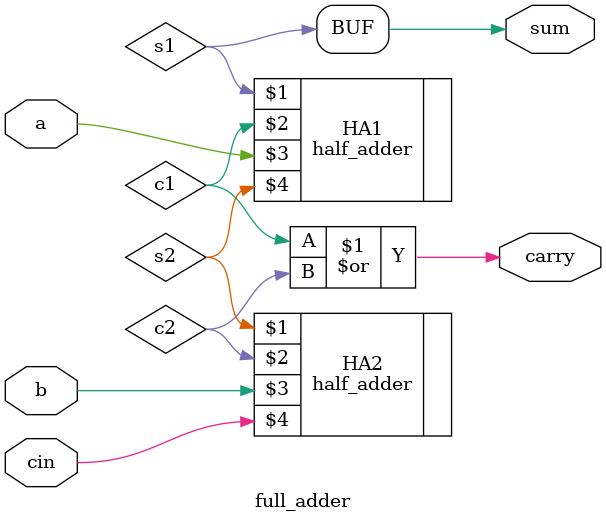
<source format=v>
`timescale 1ns / 1ps


module full_adder(output sum, output carry,input a, input b, input cin);
wire s1,c1,s2,c2;
half_adder HA2(s2,c2,b,cin);
half_adder HA1(s1,c1,a,s2);
assign sum = s1;
assign carry  = c1 | c2;
endmodule

</source>
